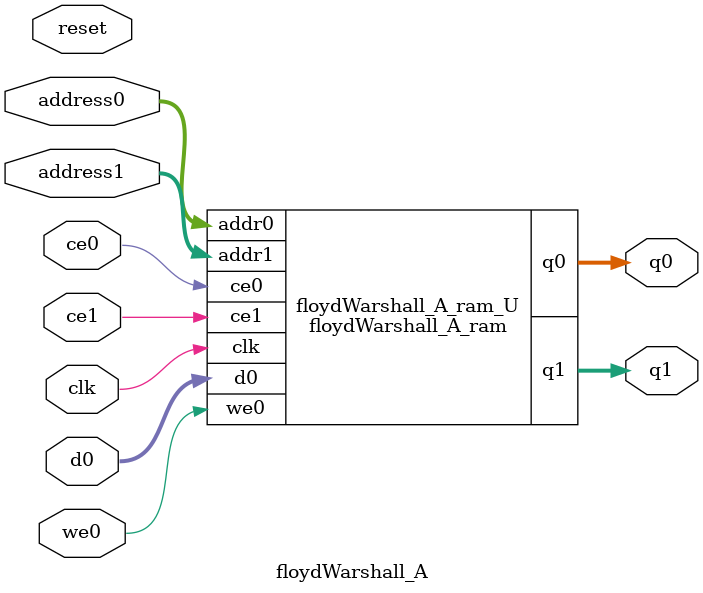
<source format=v>
`timescale 1 ns / 1 ps
module floydWarshall_A_ram (addr0, ce0, d0, we0, q0, addr1, ce1, q1,  clk);

parameter DWIDTH = 32;
parameter AWIDTH = 4;
parameter MEM_SIZE = 16;

input[AWIDTH-1:0] addr0;
input ce0;
input[DWIDTH-1:0] d0;
input we0;
output reg[DWIDTH-1:0] q0;
input[AWIDTH-1:0] addr1;
input ce1;
output reg[DWIDTH-1:0] q1;
input clk;

(* ram_style = "distributed" *)reg [DWIDTH-1:0] ram[0:MEM_SIZE-1];




always @(posedge clk)  
begin 
    if (ce0) 
    begin
        if (we0) 
        begin 
            ram[addr0] <= d0; 
        end 
        q0 <= ram[addr0];
    end
end


always @(posedge clk)  
begin 
    if (ce1) 
    begin
        q1 <= ram[addr1];
    end
end


endmodule

`timescale 1 ns / 1 ps
module floydWarshall_A(
    reset,
    clk,
    address0,
    ce0,
    we0,
    d0,
    q0,
    address1,
    ce1,
    q1);

parameter DataWidth = 32'd32;
parameter AddressRange = 32'd16;
parameter AddressWidth = 32'd4;
input reset;
input clk;
input[AddressWidth - 1:0] address0;
input ce0;
input we0;
input[DataWidth - 1:0] d0;
output[DataWidth - 1:0] q0;
input[AddressWidth - 1:0] address1;
input ce1;
output[DataWidth - 1:0] q1;



floydWarshall_A_ram floydWarshall_A_ram_U(
    .clk( clk ),
    .addr0( address0 ),
    .ce0( ce0 ),
    .we0( we0 ),
    .d0( d0 ),
    .q0( q0 ),
    .addr1( address1 ),
    .ce1( ce1 ),
    .q1( q1 ));

endmodule


</source>
